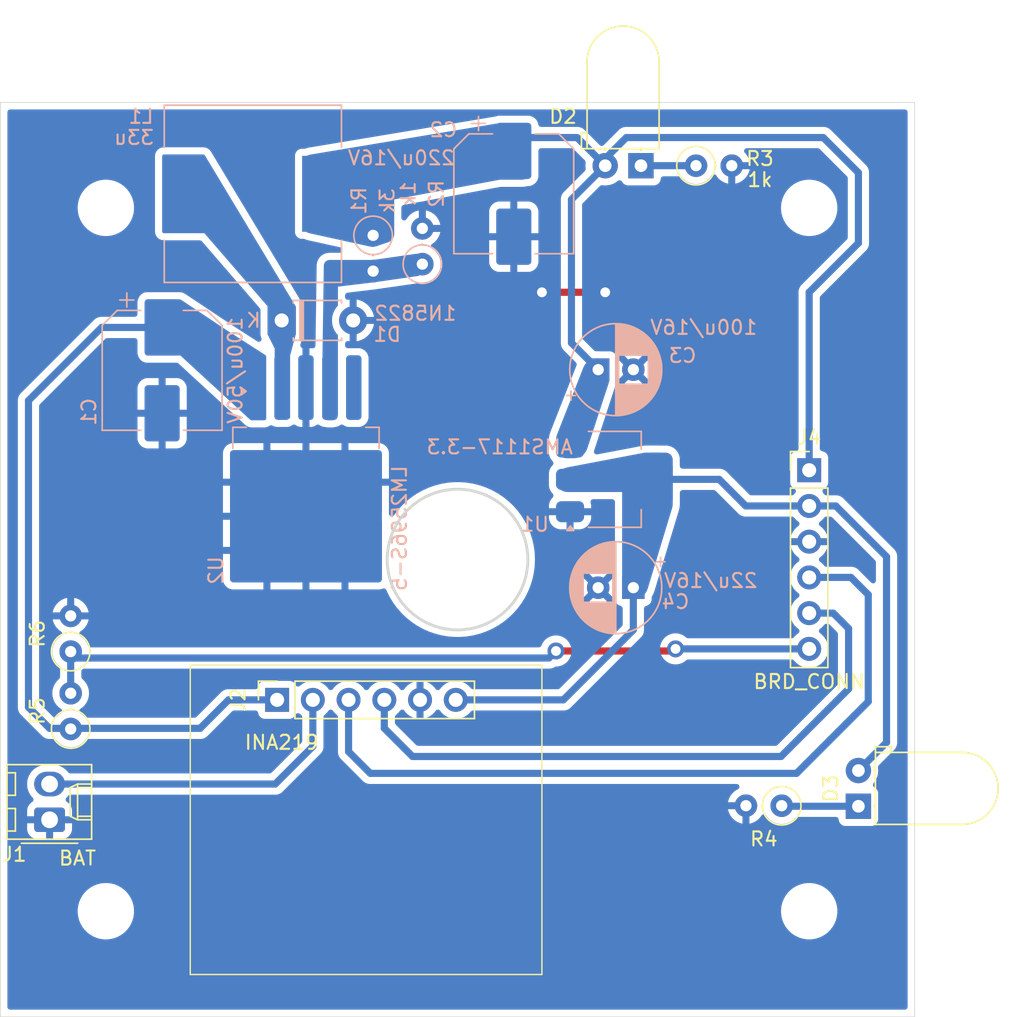
<source format=kicad_pcb>
(kicad_pcb (version 20240108) (generator "pcbnew") (generator_version "8.0")
  (layers (0 "F.Cu" signal) (31 "B.Cu" signal) (34 "B.Paste" user) (35 "F.Paste" user) (36 "B.SilkS" user "B.Silkscreen") (37 "F.SilkS" user "F.Silkscreen") (38 "B.Mask" user) (39 "F.Mask" user) (44 "Edge.Cuts" user))
  (net 0 "")
  (net 1 "GND")
  (net 2 "+5V")
  (net 3 "+3V3")
  (net 4 "Net-(D1-K)")
  (net 5 "SCL")
  (net 6 "Vin-")
  (net 7 "SDA")
  (net 8 "Vin+")
  (net 9 "Net-(U2-FB)")
  (net 11 "Net-(D2-K)")
  (net 12 "Net-(D3-K)")
  (net 13 "BAT_LVL")
  (footprint "Connector_PinSocket_2.54mm:PinSocket_1x06_P2.54mm_Vertical" (layer "F.Cu") (at 82.175 74.975 90)
    (property "Reference" "J2" (at 0 -2.77 90) (layer "F.SilkS"))
    (property "Value" "INA219" (at -3.025 0.325 180) (layer "F.SilkS"))
    (pad "1" thru_hole rect (at 0 0 90) (size 1.7 1.7) (drill 1) (layers "*.Cu" "*.Mask") (net 8 "Vin+"))
    (pad "2" thru_hole oval (at 0 2.54 90) (size 1.7 1.7) (drill 1) (layers "*.Cu" "*.Mask") (net 6 "Vin-"))
    (pad "3" thru_hole oval (at 0 5.08 90) (size 1.7 1.7) (drill 1) (layers "*.Cu" "*.Mask") (net 7 "SDA"))
    (pad "4" thru_hole oval (at 0 7.62 90) (size 1.7 1.7) (drill 1) (layers "*.Cu" "*.Mask") (net 5 "SCL"))
    (pad "5" thru_hole oval (at 0 10.16 90) (size 1.7 1.7) (drill 1) (layers "*.Cu" "*.Mask") (net 1 "GND"))
    (pad "6" thru_hole oval (at 0 12.7 90) (size 1.7 1.7) (drill 1) (layers "*.Cu" "*.Mask") (net 3 "+3V3"))
  )
  (footprint "MountingHole:MountingHole_3.2mm_M3_ISO14580" (layer "F.Cu") (at 120 90)
    (property "Reference" "H4" (hide yes))
    (property "Value" "M" (hide yes))
    (pad "" np_thru_hole circle (at 0 0) (size 3.2 3.2) (drill 3.2) (layers "*.Cu" "*.Mask"))
  )
  (footprint "Resistor_THT:R_Axial_DIN0207_L6.3mm_D2.5mm_P2.54mm_Vertical" (layer "F.Cu") (at 67.5 71.545 90)
    (property "Reference" "R6" (at 1.27 -2.37 90) (layer "F.SilkS"))
    (property "Value" "220")
    (pad "1" thru_hole circle (at 0 0 90) (size 1.6 1.6) (drill 0.8) (layers "*.Cu" "*.Mask") (net 13 "BAT_LVL"))
    (pad "2" thru_hole oval (at 2.54 0 90) (size 1.6 1.6) (drill 0.8) (layers "*.Cu" "*.Mask") (net 1 "GND"))
  )
  (footprint "MountingHole:MountingHole_3.2mm_M3_ISO14580" (layer "F.Cu") (at 70 40)
    (property "Reference" "H1" (hide yes))
    (property "Value" "M" (hide yes))
    (pad "" np_thru_hole circle (at 0 0) (size 3.2 3.2) (drill 3.2) (layers "*.Cu" "*.Mask"))
  )
  (footprint "Resistor_THT:R_Axial_DIN0207_L6.3mm_D2.5mm_P2.54mm_Vertical" (layer "F.Cu") (at 67.5 77.045 90)
    (property "Reference" "R5" (at 1.27 -2.37 90) (layer "F.SilkS"))
    (property "Value" "330")
    (pad "1" thru_hole circle (at 0 0 90) (size 1.6 1.6) (drill 0.8) (layers "*.Cu" "*.Mask") (net 8 "Vin+"))
    (pad "2" thru_hole oval (at 2.54 0 90) (size 1.6 1.6) (drill 0.8) (layers "*.Cu" "*.Mask") (net 13 "BAT_LVL"))
  )
  (footprint "MountingHole:MountingHole_3.2mm_M3_ISO14580" (layer "F.Cu") (at 70 90)
    (property "Reference" "H3" (hide yes))
    (property "Value" "M" (hide yes))
    (pad "" np_thru_hole circle (at 0 0) (size 3.2 3.2) (drill 3.2) (layers "*.Cu" "*.Mask"))
  )
  (footprint "Connector_PinHeader_2.54mm:PinHeader_1x06_P2.54mm_Vertical" (layer "F.Cu") (at 120 58.65)
    (property "Reference" "J4" (at 0 -2.33 0) (layer "F.SilkS"))
    (property "Value" "BRD_CONN" (at 0 15.03 0) (layer "F.SilkS"))
    (pad "1" thru_hole rect (at 0 0) (size 1.7 1.7) (drill 1) (layers "*.Cu" "*.Mask") (net 2 "+5V"))
    (pad "2" thru_hole oval (at 0 2.54) (size 1.7 1.7) (drill 1) (layers "*.Cu" "*.Mask") (net 3 "+3V3"))
    (pad "3" thru_hole oval (at 0 5.08) (size 1.7 1.7) (drill 1) (layers "*.Cu" "*.Mask") (net 1 "GND"))
    (pad "4" thru_hole oval (at 0 7.62) (size 1.7 1.7) (drill 1) (layers "*.Cu" "*.Mask") (net 7 "SDA"))
    (pad "5" thru_hole oval (at 0 10.16) (size 1.7 1.7) (drill 1) (layers "*.Cu" "*.Mask") (net 5 "SCL"))
    (pad "6" thru_hole oval (at 0 12.7) (size 1.7 1.7) (drill 1) (layers "*.Cu" "*.Mask") (net 13 "BAT_LVL"))
  )
  (footprint "MountingHole:MountingHole_3.2mm_M3_ISO14580" (layer "F.Cu") (at 120 40)
    (property "Reference" "H2" (hide yes))
    (property "Value" "M" (hide yes))
    (pad "" np_thru_hole circle (at 0 0) (size 3.2 3.2) (drill 3.2) (layers "*.Cu" "*.Mask"))
  )
  (footprint "LED_THT:LED_D5.0mm_Horizontal_O1.27mm_Z3.0mm" (layer "F.Cu") (at 123.5 82.54 90)
    (property "Reference" "D3" (at 1.27 -1.96 90) (layer "F.SilkS"))
    (property "Value" "LED")
    (pad "1" thru_hole rect (at 0 0 90) (size 1.8 1.8) (drill 0.9) (layers "*.Cu" "*.Mask") (net 12 "Net-(D3-K)"))
    (pad "2" thru_hole circle (at 2.54 0 90) (size 1.8 1.8) (drill 0.9) (layers "*.Cu" "*.Mask") (net 3 "+3V3"))
  )
  (footprint "Connector_Molex:Molex_KK-254_AE-6410-02A_1x02_P2.54mm_Vertical" (layer "F.Cu") (at 66 83.5 90)
    (property "Reference" "J1" (at -2.46 -2.5 180) (layer "F.SilkS"))
    (property "Value" "BAT" (at -2.73 1.98 180) (layer "F.SilkS"))
    (pad "1" thru_hole roundrect (at 0 0 90) (size 1.74 2.19) (drill 1.19) (layers "*.Cu" "*.Mask") (roundrect_rratio 0.143678) (net 1 "GND"))
    (pad "2" thru_hole oval (at 2.54 0 90) (size 1.74 2.19) (drill 1.19) (layers "*.Cu" "*.Mask") (net 6 "Vin-"))
  )
  (footprint "Resistor_THT:R_Axial_DIN0207_L6.3mm_D2.5mm_P2.54mm_Vertical" (layer "F.Cu") (at 118.045 82.5 180)
    (property "Reference" "R4" (at 1.27 -2.37 360) (layer "F.SilkS"))
    (property "Value" "1k")
    (pad "1" thru_hole circle (at 0 0 180) (size 1.6 1.6) (drill 0.8) (layers "*.Cu" "*.Mask") (net 12 "Net-(D3-K)"))
    (pad "2" thru_hole oval (at 2.54 0 180) (size 1.6 1.6) (drill 0.8) (layers "*.Cu" "*.Mask") (net 1 "GND"))
  )
  (footprint "LED_THT:LED_D5.0mm_Horizontal_O1.27mm_Z3.0mm" (layer "F.Cu") (at 108.04 37 180)
    (property "Reference" "D2" (at 5.54 3.5 360) (layer "F.SilkS"))
    (property "Value" "LED")
    (pad "1" thru_hole rect (at 0 0 180) (size 1.8 1.8) (drill 0.9) (layers "*.Cu" "*.Mask") (net 11 "Net-(D2-K)"))
    (pad "2" thru_hole circle (at 2.54 0 180) (size 1.8 1.8) (drill 0.9) (layers "*.Cu" "*.Mask") (net 2 "+5V"))
  )
  (footprint "Resistor_THT:R_Axial_DIN0207_L6.3mm_D2.5mm_P2.54mm_Vertical" (layer "F.Cu") (at 111.955 37)
    (property "Reference" "R3" (at 4.545 -0.5 360) (layer "F.SilkS"))
    (property "Value" "1k" (at 4.545 1 360) (layer "F.SilkS"))
    (pad "1" thru_hole circle (at 0 0) (size 1.6 1.6) (drill 0.8) (layers "*.Cu" "*.Mask") (net 11 "Net-(D2-K)"))
    (pad "2" thru_hole oval (at 2.54 0) (size 1.6 1.6) (drill 0.8) (layers "*.Cu" "*.Mask") (net 1 "GND"))
  )
  (footprint "Inductor_SMD:L_12x12mm_H8mm" (layer "B.Cu") (at 80.45 39)
    (property "Reference" "L1" (at -7.95 -5.5 360) (layer "B.SilkS") (effects (justify mirror)))
    (property "Value" "33u" (at -8.45 -4 0) (layer "B.SilkS") (effects (justify mirror)))
    (pad "1" smd rect (at -4.95 0) (size 2.9 5.4) (layers "B.Cu" "B.Paste" "B.Mask") (net 4 "Net-(D1-K)"))
    (pad "2" smd rect (at 4.95 0) (size 2.9 5.4) (layers "B.Cu" "B.Paste" "B.Mask") (net 2 "+5V"))
  )
  (footprint "Package_TO_SOT_SMD:TO-263-5_TabPin3" (layer "B.Cu") (at 84.225 60.425 -90)
    (property "Reference" "U2" (at 5.35 6.4 90) (layer "B.SilkS") (effects (justify mirror)))
    (property "Value" "LM2596S-5" (at 2.35 -6.65 90) (layer "B.SilkS") (effects (justify mirror)))
    (pad "1" smd roundrect (at -7.65 3.4 270) (size 4.6 1.1) (layers "B.Cu" "B.Paste" "B.Mask") (roundrect_rratio 0.227273) (net 8 "Vin+"))
    (pad "2" smd roundrect (at -7.65 1.7 270) (size 4.6 1.1) (layers "B.Cu" "B.Paste" "B.Mask") (roundrect_rratio 0.227273) (net 4 "Net-(D1-K)"))
    (pad "3" smd roundrect (at -7.65 0 270) (size 4.6 1.1) (layers "B.Cu" "B.Paste" "B.Mask") (roundrect_rratio 0.227273) (net 1 "GND"))
    (pad "3" smd roundrect (at -0.925 -2.775 270) (size 4.55 5.25) (layers "B.Cu" "B.Paste") (roundrect_rratio 0.054945) (net 1 "GND"))
    (pad "3" smd roundrect (at -0.925 2.775 270) (size 4.55 5.25) (layers "B.Cu" "B.Paste") (roundrect_rratio 0.054945) (net 1 "GND"))
    (pad "3" smd roundrect (at 1.5 0 270) (size 9.4 10.8) (layers "B.Cu" "B.Mask") (roundrect_rratio 0.026596) (net 1 "GND"))
    (pad "3" smd roundrect (at 3.925 -2.775 270) (size 4.55 5.25) (layers "B.Cu" "B.Paste") (roundrect_rratio 0.054945) (net 1 "GND"))
    (pad "3" smd roundrect (at 3.925 2.775 270) (size 4.55 5.25) (layers "B.Cu" "B.Paste") (roundrect_rratio 0.054945) (net 1 "GND"))
    (pad "4" smd roundrect (at -7.65 -1.7 270) (size 4.6 1.1) (layers "B.Cu" "B.Paste" "B.Mask") (roundrect_rratio 0.227273) (net 9 "Net-(U2-FB)"))
    (pad "5" smd roundrect (at -7.65 -3.4 270) (size 4.6 1.1) (layers "B.Cu" "B.Paste" "B.Mask") (roundrect_rratio 0.227273))
  )
  (footprint "Diode_THT:D_T-1_P5.08mm_Horizontal" (layer "B.Cu") (at 82.5 48)
    (property "Reference" "D1" (at 7.5 1 360) (layer "B.SilkS") (effects (justify mirror)))
    (property "Value" "1N5822" (at 9.5 -0.5 0) (layer "B.SilkS") (effects (justify mirror)))
    (fp_text user "K" (at -2 0 360) (layer "B.SilkS") (effects (justify mirror)))
    (pad "1" thru_hole rect (at 0 0) (size 2 2) (drill 1) (layers "*.Cu" "*.Mask") (net 4 "Net-(D1-K)"))
    (pad "2" thru_hole oval (at 5.08 0) (size 2 2) (drill 1) (layers "*.Cu" "*.Mask") (net 1 "GND"))
  )
  (footprint "Capacitor_THT:CP_Radial_D6.3mm_P2.50mm" (layer "B.Cu") (at 107.5 67 180)
    (property "Reference" "C4" (at -3 -1 180) (layer "B.SilkS") (effects (justify mirror)))
    (property "Value" "22u/16V" (at -5.5 0.5 180) (layer "B.SilkS") (effects (justify mirror)))
    (pad "1" thru_hole rect (at 0 0 180) (size 1.6 1.6) (drill 0.8) (layers "*.Cu" "*.Mask") (net 3 "+3V3"))
    (pad "2" thru_hole circle (at 2.5 0 180) (size 1.6 1.6) (drill 0.8) (layers "*.Cu" "*.Mask") (net 1 "GND"))
  )
  (footprint "Capacitor_SMD:CP_Elec_8x5.4" (layer "B.Cu") (at 99 39 -90)
    (property "Reference" "C2" (at -4.55 5 0) (layer "B.SilkS") (effects (justify mirror)))
    (property "Value" "220u/16V" (at -2.55 8 180) (layer "B.SilkS") (effects (justify mirror)))
    (pad "1" smd roundrect (at -3.05 0 270) (size 4 2.5) (layers "B.Cu" "B.Paste" "B.Mask") (roundrect_rratio 0.1) (net 2 "+5V"))
    (pad "2" smd roundrect (at 3.05 0 270) (size 4 2.5) (layers "B.Cu" "B.Paste" "B.Mask") (roundrect_rratio 0.1) (net 1 "GND"))
  )
  (footprint "Resistor_THT:R_Axial_DIN0207_L6.3mm_D2.5mm_P2.54mm_Vertical" (layer "B.Cu") (at 89 41.955 -90)
    (property "Reference" "R1" (at -2.46 1 90) (layer "B.SilkS") (effects (justify mirror)))
    (property "Value" "3k" (at -2.46 -1 90) (layer "B.SilkS") (effects (justify mirror)))
    (pad "1" thru_hole circle (at 0 0 270) (size 1.6 1.6) (drill 0.8) (layers "*.Cu" "*.Mask") (net 2 "+5V"))
    (pad "2" thru_hole oval (at 2.54 0 270) (size 1.6 1.6) (drill 0.8) (layers "*.Cu" "*.Mask") (net 9 "Net-(U2-FB)"))
  )
  (footprint "Package_TO_SOT_SMD:SOT-223-3_TabPin2" (layer "B.Cu") (at 106.15 59.3)
    (property "Reference" "U1" (at -5.65 3.2 360) (layer "B.SilkS") (effects (justify mirror)))
    (property "Value" "AMS1117-3.3" (at -8.15 -2.3 0) (layer "B.SilkS") (effects (justify mirror)))
    (pad "1" smd roundrect (at -3.15 2.3) (size 2 1.5) (layers "B.Cu" "B.Paste" "B.Mask") (net 1 "GND"))
    (pad "2" smd roundrect (at -3.15 0) (size 2 1.5) (layers "B.Cu" "B.Paste" "B.Mask") (net 3 "+3V3"))
    (pad "2" smd roundrect (at 3.15 0) (size 2 3.8) (layers "B.Cu" "B.Paste" "B.Mask") (net 3 "+3V3"))
    (pad "3" smd roundrect (at -3.15 -2.3) (size 2 1.5) (layers "B.Cu" "B.Paste" "B.Mask") (net 2 "+5V"))
  )
  (footprint "Capacitor_THT:CP_Radial_D6.3mm_P2.50mm" (layer "B.Cu") (at 105 51.5)
    (property "Reference" "C3" (at 6 -1 360) (layer "B.SilkS") (effects (justify mirror)))
    (property "Value" "100u/16V" (at 7.5 -3 360) (layer "B.SilkS") (effects (justify mirror)))
    (pad "1" thru_hole rect (at 0 0) (size 1.6 1.6) (drill 0.8) (layers "*.Cu" "*.Mask") (net 2 "+5V"))
    (pad "2" thru_hole circle (at 2.5 0) (size 1.6 1.6) (drill 0.8) (layers "*.Cu" "*.Mask") (net 1 "GND"))
  )
  (footprint "Resistor_THT:R_Axial_DIN0207_L6.3mm_D2.5mm_P2.54mm_Vertical" (layer "B.Cu") (at 92.5 44 90)
    (property "Reference" "R2" (at 5 1 90) (layer "B.SilkS") (effects (justify mirror)))
    (property "Value" "1k" (at 5 -1 90) (layer "B.SilkS") (effects (justify mirror)))
    (pad "1" thru_hole circle (at 0 0 90) (size 1.6 1.6) (drill 0.8) (layers "*.Cu" "*.Mask") (net 9 "Net-(U2-FB)"))
    (pad "2" thru_hole oval (at 2.54 0 90) (size 1.6 1.6) (drill 0.8) (layers "*.Cu" "*.Mask") (net 1 "GND"))
  )
  (footprint "Capacitor_SMD:CP_Elec_8x5.4" (layer "B.Cu") (at 74 51.55 -90)
    (property "Reference" "C1" (at 2.95 5.2 90) (layer "B.SilkS") (effects (justify mirror)))
    (property "Value" "100u/50V" (at 0 -5.2 90) (layer "B.SilkS") (effects (justify mirror)))
    (pad "1" smd roundrect (at -3.05 0 270) (size 4 2.5) (layers "B.Cu" "B.Paste" "B.Mask") (roundrect_rratio 0.1) (net 8 "Vin+"))
    (pad "2" smd roundrect (at 3.05 0 270) (size 4 2.5) (layers "B.Cu" "B.Paste" "B.Mask") (roundrect_rratio 0.1) (net 1 "GND"))
  )
  (gr_line (start 76 72.5) (end 76 94.5) (stroke (width 0.1)) (layer "F.SilkS"))
  (gr_line (start 101 72.5) (end 76 72.5) (stroke (width 0.1)) (layer "F.SilkS"))
  (gr_line (start 76 94.5) (end 101 94.5) (stroke (width 0.1)) (layer "F.SilkS"))
  (gr_line (start 101 94.5) (end 101 72.5) (stroke (width 0.1)) (layer "F.SilkS"))
  (gr_line (start 127.5 32.5) (end 127.5 97.5) (stroke (width 0.05)) (layer "Edge.Cuts"))
  (gr_line (start 127.5 97.5) (end 62.5 97.5) (stroke (width 0.05)) (layer "Edge.Cuts"))
  (gr_line (start 62.5 32.5) (end 127.5 32.5) (stroke (width 0.05)) (layer "Edge.Cuts"))
  (gr_line (start 62.5 97.5) (end 62.5 32.5) (stroke (width 0.05)) (layer "Edge.Cuts"))
  (gr_circle (center 95 65) (end 100 65) (stroke (width 0.2)) (fill none) (layer "Edge.Cuts"))
  (segment (start 101 46) (end 105.5 46) (width 0.508) (layer "F.Cu") (net 1))
  (via (at 101 46) (size 1.2) (drill 0.7) (layers "F.Cu" "B.Cu") (net 1))
  (via (at 105.5 46) (size 1.2) (drill 0.7) (layers "F.Cu" "B.Cu") (net 1))
  (segment (start 120 46) (end 120 58.65) (width 0.508) (layer "B.Cu") (net 2))
  (segment (start 105.5 37) (end 103.5 35) (width 0.508) (layer "B.Cu") (net 2))
  (segment (start 107 35) (end 121 35) (width 0.508) (layer "B.Cu") (net 2))
  (segment (start 103.1 49.6) (end 105 51.5) (width 0.508) (layer "B.Cu") (net 2))
  (segment (start 123.5 37.5) (end 123.5 42.5) (width 0.508) (layer "B.Cu") (net 2))
  (segment (start 121 35) (end 123.5 37.5) (width 0.508) (layer "B.Cu") (net 2))
  (segment (start 105.5 37) (end 105.5 36.5) (width 0.508) (layer "B.Cu") (net 2))
  (segment (start 103.5 35) (end 99 35) (width 0.508) (layer "B.Cu") (net 2))
  (segment (start 123.5 42.5) (end 120 46) (width 0.508) (layer "B.Cu") (net 2))
  (segment (start 103.1 39.4) (end 103.1 49.6) (width 0.508) (layer "B.Cu") (net 2))
  (segment (start 105.5 37) (end 103.1 39.4) (width 0.508) (layer "B.Cu") (net 2))
  (segment (start 105.5 36.5) (end 107 35) (width 0.508) (layer "B.Cu") (net 2))
  (segment (start 102.525 74.975) (end 94.875 74.975) (width 0.508) (layer "B.Cu") (net 3))
  (segment (start 107.5 67) (end 107.5 70) (width 0.508) (layer "B.Cu") (net 3))
  (segment (start 109.3 59.3) (end 113.6 59.3) (width 0.508) (layer "B.Cu") (net 3))
  (segment (start 120 61.19) (end 121.89 61.19) (width 0.508) (layer "B.Cu") (net 3))
  (segment (start 121.89 61.19) (end 125.5 64.8) (width 0.508) (layer "B.Cu") (net 3))
  (segment (start 107.5 70) (end 102.525 74.975) (width 0.508) (layer "B.Cu") (net 3))
  (segment (start 113.6 59.3) (end 115.49 61.19) (width 0.508) (layer "B.Cu") (net 3))
  (segment (start 125.5 64.8) (end 125.5 78) (width 0.508) (layer "B.Cu") (net 3))
  (segment (start 125.5 78) (end 123.5 80) (width 0.508) (layer "B.Cu") (net 3))
  (segment (start 115.49 61.19) (end 120 61.19) (width 0.508) (layer "B.Cu") (net 3))
  (segment (start 122.8 69.9) (end 122.8 74.2) (width 0.508) (layer "B.Cu") (net 5))
  (segment (start 91.8 79) (end 89.795 76.995) (width 0.508) (layer "B.Cu") (net 5))
  (segment (start 122.8 74.2) (end 118 79) (width 0.508) (layer "B.Cu") (net 5))
  (segment (start 121.71 68.81) (end 122.8 69.9) (width 0.508) (layer "B.Cu") (net 5))
  (segment (start 120 68.81) (end 121.71 68.81) (width 0.508) (layer "B.Cu") (net 5))
  (segment (start 118 79) (end 91.8 79) (width 0.508) (layer "B.Cu") (net 5))
  (segment (start 89.795 76.995) (end 89.795 74.975) (width 0.508) (layer "B.Cu") (net 5))
  (segment (start 82.04 80.96) (end 84.715 78.285) (width 0.508) (layer "B.Cu") (net 6))
  (segment (start 66 80.96) (end 82.04 80.96) (width 0.508) (layer "B.Cu") (net 6))
  (segment (start 84.715 78.285) (end 84.715 74.975) (width 0.508) (layer "B.Cu") (net 6))
  (segment (start 119.1 80.2) (end 124.2 75.1) (width 0.508) (layer "B.Cu") (net 7))
  (segment (start 124.2 67.5) (end 122.97 66.27) (width 0.508) (layer "B.Cu") (net 7))
  (segment (start 124.2 75.1) (end 124.2 67.5) (width 0.508) (layer "B.Cu") (net 7))
  (segment (start 87.255 74.975) (end 87.255 78.655) (width 0.508) (layer "B.Cu") (net 7))
  (segment (start 122.97 66.27) (end 120 66.27) (width 0.508) (layer "B.Cu") (net 7))
  (segment (start 88.8 80.2) (end 119.1 80.2) (width 0.508) (layer "B.Cu") (net 7))
  (segment (start 87.255 78.655) (end 88.8 80.2) (width 0.508) (layer "B.Cu") (net 7))
  (segment (start 69.7 48.5) (end 64.5 53.7) (width 0.508) (layer "B.Cu") (net 8))
  (segment (start 74 48.5) (end 69.7 48.5) (width 0.508) (layer "B.Cu") (net 8))
  (segment (start 64.5 53.7) (end 64.5 75.5) (width 0.508) (layer "B.Cu") (net 8))
  (segment (start 78.725 74.975) (end 82.175 74.975) (width 0.508) (layer "B.Cu") (net 8))
  (segment (start 76.7 77) (end 78.725 74.975) (width 0.508) (layer "B.Cu") (net 8))
  (segment (start 66 77) (end 76.7 77) (width 0.508) (layer "B.Cu") (net 8))
  (segment (start 64.5 75.5) (end 66 77) (width 0.508) (layer "B.Cu") (net 8))
  (segment (start 108.04 37) (end 111.955 37) (width 0.508) (layer "B.Cu") (net 11))
  (segment (start 123.5 82.54) (end 118.085 82.54) (width 0.508) (layer "B.Cu") (net 12))
  (segment (start 118.085 82.54) (end 118.045 82.5) (width 0.508) (layer "B.Cu") (net 12))
  (segment (start 102 71.5) (end 110.35 71.5) (width 0.508) (layer "F.Cu") (net 13))
  (segment (start 110.35 71.5) (end 110.5 71.35) (width 0.508) (layer "F.Cu") (net 13))
  (via (at 110.5 71.35) (size 1.2) (drill 0.7) (layers "F.Cu" "B.Cu") (net 13))
  (via (at 102 71.5) (size 1.2) (drill 0.7) (layers "F.Cu" "B.Cu") (net 13))
  (segment (start 67.955 72) (end 67.5 71.545) (width 0.508) (layer "B.Cu") (net 13))
  (segment (start 67.5 74.505) (end 67.5 71.545) (width 0.508) (layer "B.Cu") (net 13))
  (segment (start 110.5 71.35) (end 120 71.35) (width 0.508) (layer "B.Cu") (net 13))
  (segment (start 102 71.5) (end 101.5 72) (width 0.508) (layer "B.Cu") (net 13))
  (segment (start 101.5 72) (end 67.955 72) (width 0.508) (layer "B.Cu") (net 13))
  (zone (net 2) (net_name "+5V") (layer "B.Cu") (priority 7) (connect_pads yes (clearance 0.5)) (min_thickness 0.25) (fill yes (thermal_gap 0.5) (thermal_bridge_width 0.5) (smoothing fillet) (radius 1))
    (polygon (pts (xy 104.2 50.7) (xy 102 56.3) (xy 102 57.8) (xy 104 57.8) (xy 105.8 52.3) (xy 105.8 50.7)))
  )
  (zone (net 1) (net_name "GND") (layer "B.Cu") (connect_pads (clearance 0.5)) (min_thickness 0.4) (fill yes (thermal_gap 0.5) (thermal_bridge_width 0.5) (smoothing fillet) (radius 1))
    (polygon (pts (xy 127.5 32.5) (xy 127.5 97.5) (xy 62.5 97.5) (xy 62.5 32.5)))
  )
  (zone (net 2) (net_name "+5V") (layer "B.Cu") (priority 3) (connect_pads yes (clearance 0.5)) (min_thickness 0.25) (fill yes (thermal_gap 0.5) (thermal_bridge_width 0.5) (smoothing fillet) (radius 0.6))
    (polygon (pts (xy 84 41.7) (xy 89 42.8) (xy 90.5 42.3) (xy 90.5 39.4) (xy 98 38) (xy 100.2 38) (xy 100.2 34) (xy 97.8 34) (xy 84 36.3)))
  )
  (zone (net 8) (net_name "Vin+") (layer "B.Cu") (priority 1) (connect_pads yes (clearance 0.5)) (min_thickness 0.25) (fill yes (thermal_gap 0.5) (thermal_bridge_width 0.5))
    (polygon (pts (xy 81.4 50.5) (xy 78.6 48.7) (xy 75.3 46.5) (xy 72.8 46.5) (xy 72.8 50.5) (xy 75.3 50.5) (xy 80.3 55.1) (xy 81.4 55.1)))
  )
  (zone (net 9) (net_name "Net-(U2-FB)") (layer "B.Cu") (priority 2) (connect_pads yes (clearance 0.5)) (min_thickness 0.25) (fill yes (thermal_gap 0.5) (thermal_bridge_width 0.5) (smoothing fillet) (radius 0.4))
    (polygon (pts (xy 86.5 55.1) (xy 85.4 55.1) (xy 85.4 50.5) (xy 85.5 43.7) (xy 89 43.7) (xy 92.5 43.2) (xy 92.5 44.8) (xy 89 45.3) (xy 86.5 45.6)))
  )
  (zone (net 3) (net_name "+3V3") (layer "B.Cu") (priority 5) (connect_pads yes (clearance 0.5)) (min_thickness 0.25) (fill yes (thermal_gap 0.5) (thermal_bridge_width 0.5) (smoothing fillet) (radius 1))
    (polygon (pts (xy 106.7 60.2) (xy 102 60.2) (xy 102 58.6) (xy 108.3 57.4) (xy 110.3 57.4) (xy 110.3 61.2) (xy 108.3 67.8) (xy 106.7 67.8)))
  )
  (zone (net 4) (net_name "Net-(D1-K)") (layer "B.Cu") (connect_pads yes (clearance 0.5)) (min_thickness 0.25) (fill yes (thermal_gap 0.5) (thermal_bridge_width 0.5))
    (polygon (pts (xy 83.1 55) (xy 82 55) (xy 82 50) (xy 81.5 49) (xy 81.5 47) (xy 77 41.8) (xy 74 41.8) (xy 74 36.2) (xy 77 36.2) (xy 83.5 47) (xy 83.5 49) (xy 83.1 50.5)))
  )
)
</source>
